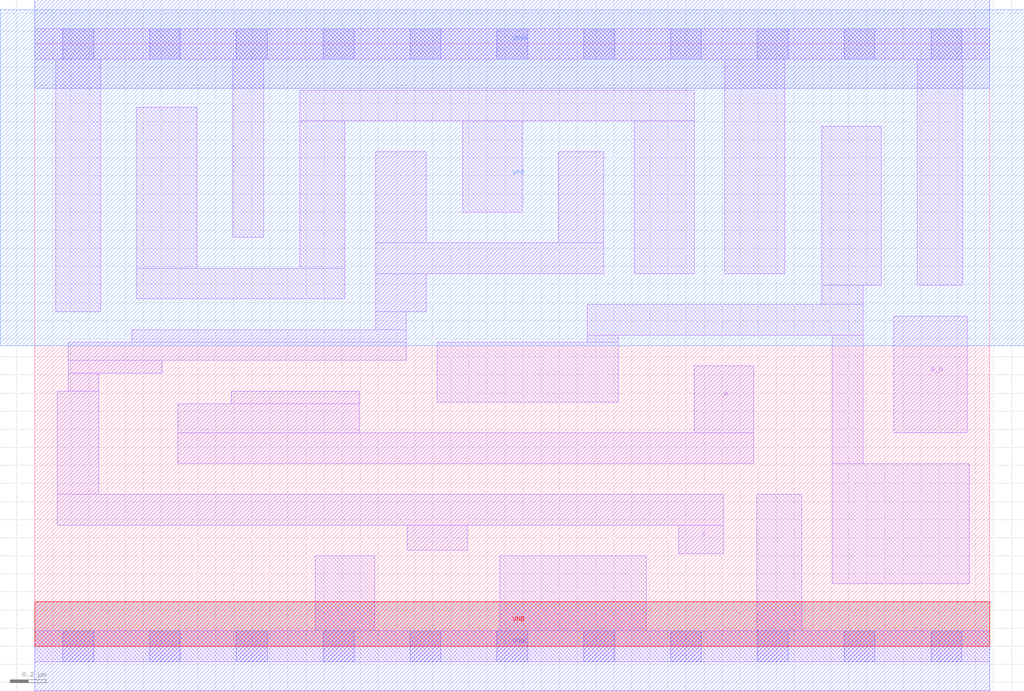
<source format=lef>
# Copyright 2020 The SkyWater PDK Authors
#
# Licensed under the Apache License, Version 2.0 (the "License");
# you may not use this file except in compliance with the License.
# You may obtain a copy of the License at
#
#     https://www.apache.org/licenses/LICENSE-2.0
#
# Unless required by applicable law or agreed to in writing, software
# distributed under the License is distributed on an "AS IS" BASIS,
# WITHOUT WARRANTIES OR CONDITIONS OF ANY KIND, either express or implied.
# See the License for the specific language governing permissions and
# limitations under the License.
#
# SPDX-License-Identifier: Apache-2.0

VERSION 5.7 ;
  NOWIREEXTENSIONATPIN ON ;
  DIVIDERCHAR "/" ;
  BUSBITCHARS "[]" ;
MACRO sky130_fd_sc_ls__nor2b_4
  CLASS CORE ;
  FOREIGN sky130_fd_sc_ls__nor2b_4 ;
  ORIGIN  0.000000  0.000000 ;
  SIZE  5.280000 BY  3.330000 ;
  SYMMETRY X Y ;
  SITE unit ;
  PIN A
    ANTENNAGATEAREA  0.894000 ;
    DIRECTION INPUT ;
    USE SIGNAL ;
    PORT
      LAYER li1 ;
        RECT 0.790000 1.010000 3.975000 1.180000 ;
        RECT 0.790000 1.180000 1.795000 1.340000 ;
        RECT 1.085000 1.340000 1.795000 1.410000 ;
        RECT 3.645000 1.180000 3.975000 1.550000 ;
    END
  END A
  PIN B_N
    ANTENNAGATEAREA  0.363000 ;
    DIRECTION INPUT ;
    USE SIGNAL ;
    PORT
      LAYER li1 ;
        RECT 4.750000 1.180000 5.155000 1.825000 ;
    END
  END B_N
  PIN Y
    ANTENNADIFFAREA  1.086400 ;
    DIRECTION OUTPUT ;
    USE SIGNAL ;
    PORT
      LAYER li1 ;
        RECT 0.125000 0.670000 3.810000 0.840000 ;
        RECT 0.125000 0.840000 0.355000 1.410000 ;
        RECT 0.185000 1.410000 0.355000 1.510000 ;
        RECT 0.185000 1.510000 0.705000 1.580000 ;
        RECT 0.185000 1.580000 2.055000 1.680000 ;
        RECT 0.535000 1.680000 2.055000 1.750000 ;
        RECT 1.885000 1.750000 2.055000 1.850000 ;
        RECT 1.885000 1.850000 2.165000 2.060000 ;
        RECT 1.885000 2.060000 3.145000 2.230000 ;
        RECT 1.885000 2.230000 2.165000 2.735000 ;
        RECT 2.060000 0.530000 2.390000 0.670000 ;
        RECT 2.895000 2.230000 3.145000 2.735000 ;
        RECT 3.560000 0.510000 3.810000 0.670000 ;
    END
  END Y
  PIN VGND
    DIRECTION INOUT ;
    SHAPE ABUTMENT ;
    USE GROUND ;
    PORT
      LAYER met1 ;
        RECT 0.000000 -0.245000 5.280000 0.245000 ;
    END
  END VGND
  PIN VNB
    DIRECTION INOUT ;
    USE GROUND ;
    PORT
      LAYER pwell ;
        RECT 0.000000 0.000000 5.280000 0.245000 ;
    END
  END VNB
  PIN VPB
    DIRECTION INOUT ;
    USE POWER ;
    PORT
      LAYER nwell ;
        RECT -0.190000 1.660000 5.470000 3.520000 ;
    END
  END VPB
  PIN VPWR
    DIRECTION INOUT ;
    SHAPE ABUTMENT ;
    USE POWER ;
    PORT
      LAYER met1 ;
        RECT 0.000000 3.085000 5.280000 3.575000 ;
    END
  END VPWR
  OBS
    LAYER li1 ;
      RECT 0.000000 -0.085000 5.280000 0.085000 ;
      RECT 0.000000  3.245000 5.280000 3.415000 ;
      RECT 0.115000  1.850000 0.365000 3.245000 ;
      RECT 0.565000  1.920000 1.715000 2.090000 ;
      RECT 0.565000  2.090000 0.895000 2.980000 ;
      RECT 1.095000  2.260000 1.265000 3.245000 ;
      RECT 1.465000  2.090000 1.715000 2.905000 ;
      RECT 1.465000  2.905000 3.645000 3.075000 ;
      RECT 1.550000  0.085000 1.880000 0.500000 ;
      RECT 2.225000  1.350000 3.225000 1.680000 ;
      RECT 2.365000  2.400000 2.695000 2.905000 ;
      RECT 2.570000  0.085000 3.380000 0.500000 ;
      RECT 3.055000  1.680000 3.225000 1.720000 ;
      RECT 3.055000  1.720000 4.580000 1.890000 ;
      RECT 3.315000  2.060000 3.645000 2.905000 ;
      RECT 3.815000  2.060000 4.145000 3.245000 ;
      RECT 3.990000  0.085000 4.240000 0.840000 ;
      RECT 4.350000  1.890000 4.580000 1.995000 ;
      RECT 4.350000  1.995000 4.680000 2.875000 ;
      RECT 4.410000  0.345000 5.165000 1.010000 ;
      RECT 4.410000  1.010000 4.580000 1.720000 ;
      RECT 4.880000  1.995000 5.130000 3.245000 ;
    LAYER mcon ;
      RECT 0.155000 -0.085000 0.325000 0.085000 ;
      RECT 0.155000  3.245000 0.325000 3.415000 ;
      RECT 0.635000 -0.085000 0.805000 0.085000 ;
      RECT 0.635000  3.245000 0.805000 3.415000 ;
      RECT 1.115000 -0.085000 1.285000 0.085000 ;
      RECT 1.115000  3.245000 1.285000 3.415000 ;
      RECT 1.595000 -0.085000 1.765000 0.085000 ;
      RECT 1.595000  3.245000 1.765000 3.415000 ;
      RECT 2.075000 -0.085000 2.245000 0.085000 ;
      RECT 2.075000  3.245000 2.245000 3.415000 ;
      RECT 2.555000 -0.085000 2.725000 0.085000 ;
      RECT 2.555000  3.245000 2.725000 3.415000 ;
      RECT 3.035000 -0.085000 3.205000 0.085000 ;
      RECT 3.035000  3.245000 3.205000 3.415000 ;
      RECT 3.515000 -0.085000 3.685000 0.085000 ;
      RECT 3.515000  3.245000 3.685000 3.415000 ;
      RECT 3.995000 -0.085000 4.165000 0.085000 ;
      RECT 3.995000  3.245000 4.165000 3.415000 ;
      RECT 4.475000 -0.085000 4.645000 0.085000 ;
      RECT 4.475000  3.245000 4.645000 3.415000 ;
      RECT 4.955000 -0.085000 5.125000 0.085000 ;
      RECT 4.955000  3.245000 5.125000 3.415000 ;
  END
END sky130_fd_sc_ls__nor2b_4
END LIBRARY

</source>
